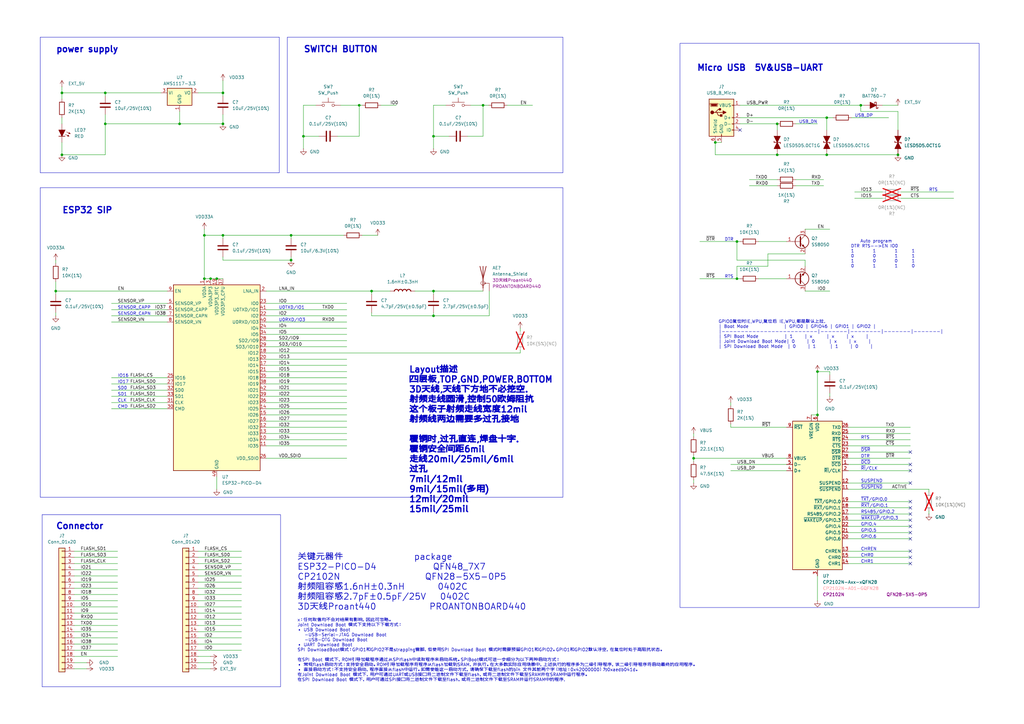
<source format=kicad_sch>
(kicad_sch (version 20250114) (generator "eeschema") (generator_version "9.0")
  (paper "A3")
  (rectangle (start 16.51 15.24) (end 114.554 70.866))
  (rectangle (start 278.892 17.78) (end 401.574 249.174))
  (rectangle (start 16.51 76.962) (end 230.886 203.962))
  (rectangle (start 17.272 211.074) (end 115.062 281.686))
  (rectangle (start 117.856 15.24) (end 230.886 70.866))
  (text "USB_DN" (at 327.66 50.8 0) (effects (font (size 1.27 1.27)) (justify left bottom)))
  (text "CHR1" (at 353.06 231.14 0) (effects (font (size 1.27 1.27)) (justify left bottom)))
  (text "~{DSR}" (at 353.06 185.42 0) (effects (font (size 1.27 1.27)) (justify left bottom)))
  (text "~{TXT}/GPIO.0" (at 353.06 205.74 0) (effects (font (size 1.27 1.27)) (justify left bottom)))
  (text "IO16" (at 48.26 154.94 0) (effects (font (size 1.27 1.27)) (justify left bottom)))
  (text "U0TXD/IO1" (at 114.3 127 0) (effects (font (size 1.27 1.27)) (justify left bottom)))
  (text "power supply" (exclude_from_sim yes) (at 22.86 20.32 0) (effects (font (size 2.54 2.54) (thickness 0.508) (bold yes)) (justify left)))
  (text "Connector" (at 22.86 215.9 0) (effects (font (size 2.54 2.54) (thickness 0.508) (bold yes)) (justify left)))
  (text "Layout描述\n四层板,TOP,GND,POWER,BOTTOM\n3D天线,天线下方地不必挖空.\n射频走线圆滑,控制50欧姆阻抗\n这个板子射频走线宽度12mil\n射频线两边需要多过孔接地\n\n覆铜时,过孔直连,焊盘十字.\n覆铜安全间距6mil\n走线20mil/25mil/6mil\n过孔 \n7mil/12mil\n9mil/15mil(多用)\n12mil/20mil\n15mil/25mil" (exclude_from_sim yes) (at 167.64 180.34 0) (effects (font (size 2.54 2.54) (thickness 0.508) (bold yes)) (justify left)))
  (text "RTS" (at 353.06 180.34 0) (effects (font (size 1.27 1.27)) (justify left bottom)))
  (text "SD0" (at 48.26 160.02 0) (effects (font (size 1.27 1.27)) (justify left bottom)))
  (text "SUSPEND" (at 353.06 198.12 0) (effects (font (size 1.27 1.27)) (justify left bottom)))
  (text "~{SUSPEND}" (at 353.06 200.66 0) (effects (font (size 1.27 1.27)) (justify left bottom)))
  (text "~{DCD}" (at 353.06 190.5 0) (effects (font (size 1.27 1.27)) (justify left bottom)))
  (text "~{WAKEUP}/GPIO.3" (at 353.06 213.36 0) (effects (font (size 1.27 1.27)) (justify left bottom)))
  (text "SWITCH BUTTON" (at 124.46 20.32 0) (effects (font (size 2.54 2.54) (thickness 0.508) (bold yes)) (justify left)))
  (text "RTS" (at 297.18 114.3 0) (effects (font (size 1.27 1.27)) (justify left bottom)))
  (text "关键元器件               package\nESP32-PICO-D4            QFN48_7X7 	\nCP2102N                  QFN28-5X5-0P5\n射频阻容感1.6nH±0.3nH       0402C\n射频阻容感2.7pF±0.5pF/25V   0402C\n3D天线Proant440 		  PROANTONBOARD440" (exclude_from_sim yes) (at 121.92 238.76 0) (effects (font (size 2.54 2.54) (thickness 0.254) (bold yes)) (justify left)))
  (text "USB_DP" (at 350.52 48.26 0) (effects (font (size 1.27 1.27)) (justify left bottom)))
  (text "DTR" (at 297.18 99.06 0) (effects (font (size 1.27 1.27)) (justify left bottom)))
  (text "CHR0" (at 353.06 228.6 0) (effects (font (size 1.27 1.27)) (justify left bottom)))
  (text "~{RXT}/GPIO.1" (at 353.06 208.28 0) (effects (font (size 1.27 1.27)) (justify left bottom)))
  (text "Micro USB  5V&USB-UART" (at 285.75 27.94 0) (effects (font (size 2.54 2.54) (thickness 0.508) (bold yes)) (justify left)))
  (text "CMD" (at 48.26 167.64 0) (effects (font (size 1.27 1.27)) (justify left bottom)))
  (text "GPIO.4" (at 353.06 215.9 0) (effects (font (size 1.27 1.27)) (justify left bottom)))
  (text "RS485/GPIO.2" (at 353.06 210.82 0) (effects (font (size 1.27 1.27)) (justify left bottom)))
  (text "ESP32 SIP\n" (at 25.4 86.36 0) (effects (font (size 2.54 2.54) (thickness 0.508) (bold yes)) (justify left)))
  (text "     Auto program\n DTR RTS-->EN IO0\n 1        1        1      1\n 0        0        1      1\n 1        0        0      1\n 0        1        1      0" (at 347.98 104.14 0) (effects (font (size 1.27 1.27)) (justify left)))
  (text "IO17" (at 48.26 157.48 0) (effects (font (size 1.27 1.27)) (justify left bottom)))
  (text "GPIO0复位时IE,WPU,复位后 IE,WPU,都是默认上拉.\n| Boot Mode               | GPIO0 | GPIO46 | GPIO1 | GPIO2 |\n|-------------------------|-------|--------|-------|-------|\n| SPI Boot Mode           | 1     | x      | x     | x     |\n| Joint Download Boot Mode| 0     | 0      | x     | x     |\n| SPI Download Boot Mode  | 0     | 1      | 1     | 0     |" (at 294.64 137.16 0) (effects (font (size 1.27 1.27)) (justify left)))
  (text "~{RI}/CLK" (at 353.06 193.04 0) (effects (font (size 1.27 1.27)) (justify left bottom)))
  (text "U0RXD/IO3" (at 114.3 132.08 0) (effects (font (size 1.27 1.27)) (justify left bottom)))
  (text "GPIO.5" (at 353.06 218.44 0) (effects (font (size 1.27 1.27)) (justify left bottom)))
  (text "DTR" (at 353.06 187.96 0) (effects (font (size 1.27 1.27)) (justify left bottom)))
  (text "CLK" (at 48.26 165.1 0) (effects (font (size 1.27 1.27)) (justify left bottom)))
  (text "CHREN" (at 353.06 226.06 0) (effects (font (size 1.27 1.27)) (justify left bottom)))
  (text "RTS" (at 381 78.74 0) (effects (font (size 1.27 1.27)) (justify left bottom)))
  (text "x：任何取值均不会对结果有影响，因此可忽略。\nJoint Download Boot 模式下支持以下下载方式：\n• USB Download Boot\n   -USB-Serial-JTAG Download Boot\n   -USB-OTG Download Boot\n• UART Download Boot\nSPI DownloadBoot模式：GPIO1和GPIO2不是strapping管脚，但使用SPI Download Boot 模式时需要预留GPIO1和GPIO2。GPIO1和GPIO2默认浮空，在复位时处于高阻抗状态。\n\n在SPI Boot 模式下，ROM引导加载程序通过从SPIflash中读取程序来启动系统。SPIBoot模式可进一步细分为以下两种启动方式：\n• 常规flash启动方式：支持安全启动。ROM引导加载程序将程序从flash加载到SRAM，并执行。在大多数实际应用场景中，上述执行的程序多为二级引导程序，该二级引导程序将启动最终的应用程序。\n• 直接启动方式：不支持安全启动，程序直接从flash中运行。如需使能这一启动方式，请确保下载至flash的bin 文件其前两个字（地址：0x42000000）为0xaedb041d。\n在Joint Download Boot 模式下，用户可通过UART或USB接口将二进制文件下载至flash，或将二进制文件下载至SRAM并在SRAM中运行程序。\n在SPI Download Boot 模式下，用户可通过SPI接口将二进制文件下载至flash，或将二进制文件下载至SRAM并运行SRAM中的程序." (at 121.92 266.7 0) (effects (font (size 1.27 1.27)) (justify left)))
  (text "SENSOR_CAPN" (at 48.26 129.54 0) (effects (font (size 1.27 1.27)) (justify left bottom)))
  (text "GPIO.6" (at 353.06 220.98 0) (effects (font (size 1.27 1.27)) (justify left bottom)))
  (text "SD1" (at 48.26 162.56 0) (effects (font (size 1.27 1.27)) (justify left bottom)))
  (text "SENSOR_CAPP" (at 48.26 127 0) (effects (font (size 1.27 1.27)) (justify left bottom)))
  (junction (at 177.8 129.54))
  (junction (at 177.8 55.88))
  (junction (at 152.4 119.38))
  (junction (at 43.18 50.8))
  (junction (at 88.9 114.3))
  (junction (at 177.8 119.38))
  (junction (at 119.38 106.68))
  (junction (at 318.77 50.8))
  (junction (at 83.82 96.52))
  (junction (at 86.36 114.3))
  (junction (at 302.26 114.3))
  (junction (at 119.38 96.52))
  (junction (at 339.09 63.5))
  (junction (at 73.66 50.8))
  (junction (at 335.28 152.4))
  (junction (at 284.48 187.96))
  (junction (at 302.26 99.06))
  (junction (at 25.4 38.1))
  (junction (at 147.32 43.18))
  (junction (at 339.09 48.26))
  (junction (at 353.06 43.18))
  (junction (at 83.82 114.3))
  (junction (at 368.3 63.5))
  (junction (at 91.44 38.1))
  (junction (at 25.4 63.5))
  (junction (at 91.44 96.52))
  (junction (at 22.86 119.38))
  (junction (at 43.18 38.1))
  (junction (at 318.77 63.5))
  (junction (at 293.37 58.42))
  (junction (at 335.28 170.18))
  (junction (at 91.44 50.8))
  (junction (at 124.46 55.88))
  (junction (at 198.12 43.18))
  (no_connect (at 373.38 190.5))
  (no_connect (at 373.38 205.74))
  (no_connect (at 373.38 220.98))
  (no_connect (at 373.38 218.44))
  (no_connect (at 303.53 53.34))
  (no_connect (at 373.38 213.36))
  (no_connect (at 373.38 208.28))
  (no_connect (at 373.38 210.82))
  (no_connect (at 373.38 231.14))
  (no_connect (at 373.38 193.04))
  (no_connect (at 373.38 226.06))
  (no_connect (at 373.38 198.12))
  (no_connect (at 373.38 215.9))
  (no_connect (at 373.38 228.6))
  (no_connect (at 373.38 185.42))
  (wire (pts (xy 208.026 43.18) (xy 218.44 43.18)))
  (wire (pts (xy 177.8 120.65) (xy 177.8 119.38)))
  (wire (pts (xy 91.44 96.52) (xy 91.44 97.79)))
  (wire (pts (xy 83.82 96.52) (xy 91.44 96.52)))
  (wire (pts (xy 30.48 254) (xy 48.26 254)))
  (wire (pts (xy 30.48 241.3) (xy 48.26 241.3)))
  (wire (pts (xy 330.2 106.68) (xy 330.2 109.22)))
  (wire (pts (xy 330.2 93.98) (xy 340.36 93.98)))
  (wire (pts (xy 138.43 55.88) (xy 147.32 55.88)))
  (wire (pts (xy 198.12 43.18) (xy 193.04 43.18)))
  (wire (pts (xy 303.53 48.26) (xy 339.09 48.26)))
  (wire (pts (xy 293.37 58.42) (xy 295.91 58.42)))
  (wire (pts (xy 177.8 119.38) (xy 198.12 119.38)))
  (wire (pts (xy 147.32 43.18) (xy 139.7 43.18)))
  (wire (pts (xy 213.36 143.51) (xy 213.36 144.78)))
  (wire (pts (xy 30.48 248.92) (xy 48.26 248.92)))
  (wire (pts (xy 142.24 154.94) (xy 109.22 154.94)))
  (wire (pts (xy 30.48 259.08) (xy 48.26 259.08)))
  (wire (pts (xy 311.15 114.3) (xy 322.58 114.3)))
  (wire (pts (xy 339.09 48.26) (xy 339.09 53.34)))
  (wire (pts (xy 30.48 233.68) (xy 48.26 233.68)))
  (wire (pts (xy 81.28 228.6) (xy 99.06 228.6)))
  (wire (pts (xy 340.36 161.29) (xy 340.36 162.56)))
  (wire (pts (xy 373.38 208.28) (xy 347.98 208.28)))
  (wire (pts (xy 177.8 129.54) (xy 177.8 128.27)))
  (wire (pts (xy 91.44 38.1) (xy 91.44 39.37)))
  (wire (pts (xy 353.06 43.18) (xy 354.33 43.18)))
  (wire (pts (xy 119.38 105.41) (xy 119.38 106.68)))
  (wire (pts (xy 156.21 43.18) (xy 162.56 43.18)))
  (wire (pts (xy 318.77 63.5) (xy 339.09 63.5)))
  (wire (pts (xy 30.48 266.7) (xy 48.26 266.7)))
  (wire (pts (xy 45.72 162.56) (xy 68.58 162.56)))
  (wire (pts (xy 81.28 236.22) (xy 99.06 236.22)))
  (wire (pts (xy 30.48 231.14) (xy 48.26 231.14)))
  (wire (pts (xy 170.18 119.38) (xy 177.8 119.38)))
  (wire (pts (xy 200.66 119.38) (xy 200.66 129.54)))
  (wire (pts (xy 30.48 274.32) (xy 35.56 274.32)))
  (wire (pts (xy 381 200.66) (xy 381 201.93)))
  (wire (pts (xy 299.72 175.26) (xy 322.58 175.26)))
  (wire (pts (xy 30.48 264.16) (xy 48.26 264.16)))
  (wire (pts (xy 373.38 218.44) (xy 347.98 218.44)))
  (wire (pts (xy 45.72 165.1) (xy 68.58 165.1)))
  (wire (pts (xy 73.66 45.72) (xy 73.66 50.8)))
  (wire (pts (xy 43.18 50.8) (xy 73.66 50.8)))
  (wire (pts (xy 81.28 264.16) (xy 99.06 264.16)))
  (wire (pts (xy 43.18 63.5) (xy 25.4 63.5)))
  (wire (pts (xy 373.38 226.06) (xy 347.98 226.06)))
  (wire (pts (xy 45.72 154.94) (xy 68.58 154.94)))
  (wire (pts (xy 25.4 58.42) (xy 25.4 63.5)))
  (wire (pts (xy 350.52 78.74) (xy 361.95 78.74)))
  (wire (pts (xy 314.96 104.14) (xy 330.2 104.14)))
  (wire (pts (xy 30.48 238.76) (xy 48.26 238.76)))
  (wire (pts (xy 373.38 228.6) (xy 347.98 228.6)))
  (wire (pts (xy 302.26 114.3) (xy 303.53 114.3)))
  (wire (pts (xy 198.12 43.18) (xy 200.406 43.18)))
  (wire (pts (xy 81.28 241.3) (xy 99.06 241.3)))
  (wire (pts (xy 373.38 187.96) (xy 347.98 187.96)))
  (wire (pts (xy 287.02 114.3) (xy 302.26 114.3)))
  (wire (pts (xy 335.28 246.38) (xy 335.28 236.22)))
  (wire (pts (xy 177.8 55.88) (xy 177.8 60.96)))
  (wire (pts (xy 119.38 106.68) (xy 91.44 106.68)))
  (wire (pts (xy 213.36 134.62) (xy 213.36 135.89)))
  (wire (pts (xy 326.39 73.66) (xy 337.82 73.66)))
  (wire (pts (xy 353.06 45.72) (xy 368.3 45.72)))
  (wire (pts (xy 302.26 109.22) (xy 314.96 109.22)))
  (wire (pts (xy 373.38 220.98) (xy 347.98 220.98)))
  (wire (pts (xy 22.86 115.57) (xy 22.86 119.38)))
  (wire (pts (xy 147.32 43.18) (xy 148.59 43.18)))
  (wire (pts (xy 81.28 243.84) (xy 99.06 243.84)))
  (wire (pts (xy 43.18 50.8) (xy 43.18 63.5)))
  (wire (pts (xy 369.57 81.28) (xy 391.16 81.28)))
  (wire (pts (xy 361.95 43.18) (xy 368.3 43.18)))
  (wire (pts (xy 191.77 55.88) (xy 198.12 55.88)))
  (wire (pts (xy 142.24 162.56) (xy 109.22 162.56)))
  (wire (pts (xy 142.24 160.02) (xy 109.22 160.02)))
  (wire (pts (xy 119.38 96.52) (xy 140.97 96.52)))
  (wire (pts (xy 373.38 210.82) (xy 347.98 210.82)))
  (wire (pts (xy 299.72 165.1) (xy 299.72 166.37)))
  (wire (pts (xy 124.46 43.18) (xy 124.46 55.88)))
  (wire (pts (xy 142.24 147.32) (xy 109.22 147.32)))
  (wire (pts (xy 177.8 55.88) (xy 184.15 55.88)))
  (wire (pts (xy 81.28 269.24) (xy 86.36 269.24)))
  (wire (pts (xy 83.82 96.52) (xy 83.82 114.3)))
  (wire (pts (xy 302.26 99.06) (xy 302.26 106.68)))
  (wire (pts (xy 142.24 175.26) (xy 109.22 175.26)))
  (wire (pts (xy 25.4 35.56) (xy 25.4 38.1)))
  (wire (pts (xy 182.88 43.18) (xy 177.8 43.18)))
  (wire (pts (xy 81.28 246.38) (xy 99.06 246.38)))
  (wire (pts (xy 302.26 99.06) (xy 303.53 99.06)))
  (wire (pts (xy 311.15 99.06) (xy 322.58 99.06)))
  (wire (pts (xy 307.34 76.2) (xy 318.77 76.2)))
  (wire (pts (xy 287.02 99.06) (xy 302.26 99.06)))
  (wire (pts (xy 373.38 205.74) (xy 347.98 205.74)))
  (wire (pts (xy 373.38 177.8) (xy 347.98 177.8)))
  (wire (pts (xy 373.38 231.14) (xy 347.98 231.14)))
  (wire (pts (xy 45.72 132.08) (xy 68.58 132.08)))
  (wire (pts (xy 91.44 33.02) (xy 91.44 38.1)))
  (wire (pts (xy 30.48 271.78) (xy 35.56 271.78)))
  (wire (pts (xy 142.24 134.62) (xy 109.22 134.62)))
  (wire (pts (xy 142.24 177.8) (xy 109.22 177.8)))
  (wire (pts (xy 142.24 157.48) (xy 109.22 157.48)))
  (wire (pts (xy 326.39 50.8) (xy 335.28 50.8)))
  (wire (pts (xy 152.4 128.27) (xy 152.4 129.54)))
  (wire (pts (xy 142.24 142.24) (xy 109.22 142.24)))
  (wire (pts (xy 152.4 119.38) (xy 152.4 120.65)))
  (wire (pts (xy 302.26 106.68) (xy 330.2 106.68)))
  (wire (pts (xy 30.48 243.84) (xy 48.26 243.84)))
  (wire (pts (xy 81.28 233.68) (xy 99.06 233.68)))
  (wire (pts (xy 142.24 129.54) (xy 109.22 129.54)))
  (wire (pts (xy 314.96 109.22) (xy 314.96 104.14)))
  (wire (pts (xy 332.74 170.18) (xy 335.28 170.18)))
  (wire (pts (xy 81.28 251.46) (xy 99.06 251.46)))
  (wire (pts (xy 142.24 167.64) (xy 109.22 167.64)))
  (wire (pts (xy 299.72 190.5) (xy 322.58 190.5)))
  (wire (pts (xy 83.82 114.3) (xy 86.36 114.3)))
  (wire (pts (xy 200.66 129.54) (xy 177.8 129.54)))
  (wire (pts (xy 81.28 38.1) (xy 91.44 38.1)))
  (wire (pts (xy 284.48 186.69) (xy 284.48 187.96)))
  (wire (pts (xy 284.48 187.96) (xy 284.48 189.23)))
  (wire (pts (xy 326.39 76.2) (xy 337.82 76.2)))
  (wire (pts (xy 22.86 119.38) (xy 22.86 120.65)))
  (wire (pts (xy 30.48 246.38) (xy 48.26 246.38)))
  (wire (pts (xy 373.38 190.5) (xy 347.98 190.5)))
  (wire (pts (xy 43.18 46.99) (xy 43.18 50.8)))
  (wire (pts (xy 347.98 182.88) (xy 373.38 182.88)))
  (wire (pts (xy 142.24 152.4) (xy 109.22 152.4)))
  (wire (pts (xy 142.24 187.96) (xy 109.22 187.96)))
  (wire (pts (xy 373.38 215.9) (xy 347.98 215.9)))
  (wire (pts (xy 148.59 96.52) (xy 154.94 96.52)))
  (wire (pts (xy 81.28 226.06) (xy 99.06 226.06)))
  (wire (pts (xy 349.25 48.26) (xy 364.49 48.26)))
  (wire (pts (xy 81.28 271.78) (xy 86.36 271.78)))
  (wire (pts (xy 81.28 266.7) (xy 99.06 266.7)))
  (wire (pts (xy 299.72 173.99) (xy 299.72 175.26)))
  (wire (pts (xy 22.86 128.27) (xy 22.86 129.54)))
  (wire (pts (xy 381 209.55) (xy 381 210.82)))
  (wire (pts (xy 293.37 63.5) (xy 293.37 58.42)))
  (wire (pts (xy 45.72 157.48) (xy 68.58 157.48)))
  (wire (pts (xy 25.4 48.26) (xy 25.4 50.8)))
  (wire (pts (xy 284.48 196.85) (xy 284.48 198.12)))
  (wire (pts (xy 373.38 175.26) (xy 347.98 175.26)))
  (wire (pts (xy 347.98 200.66) (xy 381 200.66)))
  (wire (pts (xy 318.77 50.8) (xy 318.77 53.34)))
  (wire (pts (xy 177.8 43.18) (xy 177.8 55.88)))
  (wire (pts (xy 340.36 152.4) (xy 340.36 153.67)))
  (wire (pts (xy 22.86 119.38) (xy 68.58 119.38)))
  (wire (pts (xy 142.24 137.16) (xy 109.22 137.16)))
  (wire (pts (xy 124.46 55.88) (xy 124.46 60.96)))
  (wire (pts (xy 91.44 96.52) (xy 119.38 96.52)))
  (wire (pts (xy 299.72 193.04) (xy 322.58 193.04)))
  (wire (pts (xy 81.28 254) (xy 99.06 254)))
  (wire (pts (xy 109.22 132.08) (xy 142.24 132.08)))
  (wire (pts (xy 142.24 170.18) (xy 109.22 170.18)))
  (wire (pts (xy 373.38 180.34) (xy 347.98 180.34)))
  (wire (pts (xy 373.38 198.12) (xy 347.98 198.12)))
  (wire (pts (xy 124.46 55.88) (xy 130.81 55.88)))
  (wire (pts (xy 350.52 81.28) (xy 361.95 81.28)))
  (wire (pts (xy 284.48 177.8) (xy 284.48 179.07)))
  (wire (pts (xy 307.34 73.66) (xy 318.77 73.66)))
  (wire (pts (xy 152.4 119.38) (xy 160.02 119.38)))
  (wire (pts (xy 88.9 114.3) (xy 91.44 114.3)))
  (wire (pts (xy 30.48 236.22) (xy 48.26 236.22)))
  (wire (pts (xy 81.28 238.76) (xy 99.06 238.76)))
  (wire (pts (xy 81.28 261.62) (xy 99.06 261.62)))
  (wire (pts (xy 373.38 213.36) (xy 347.98 213.36)))
  (wire (pts (xy 142.24 182.88) (xy 109.22 182.88)))
  (wire (pts (xy 81.28 231.14) (xy 99.06 231.14)))
  (wire (pts (xy 43.18 38.1) (xy 43.18 39.37)))
  (wire (pts (xy 25.4 38.1) (xy 43.18 38.1)))
  (wire (pts (xy 30.48 228.6) (xy 48.26 228.6)))
  (wire (pts (xy 81.28 256.54) (xy 99.06 256.54)))
  (wire (pts (xy 91.44 46.99) (xy 91.44 50.8)))
  (wire (pts (xy 293.37 63.5) (xy 318.77 63.5)))
  (wire (pts (xy 86.36 114.3) (xy 88.9 114.3)))
  (wire (pts (xy 335.28 152.4) (xy 340.36 152.4)))
  (wire (pts (xy 30.48 251.46) (xy 48.26 251.46)))
  (wire (pts (xy 353.06 43.18) (xy 353.06 45.72)))
  (wire (pts (xy 119.38 96.52) (xy 119.38 97.79)))
  (wire (pts (xy 142.24 149.86) (xy 109.22 149.86)))
  (wire (pts (xy 45.72 127) (xy 68.58 127)))
  (wire (pts (xy 302.26 109.22) (xy 302.26 114.3)))
  (wire (pts (xy 142.24 172.72) (xy 109.22 172.72)))
  (wire (pts (xy 142.24 127) (xy 109.22 127)))
  (wire (pts (xy 339.09 48.26) (xy 341.63 48.26)))
  (wire (pts (xy 373.38 185.42) (xy 347.98 185.42)))
  (wire (pts (xy 369.57 78.74) (xy 391.16 78.74)))
  (wire (pts (xy 109.22 119.38) (xy 152.4 119.38)))
  (wire (pts (xy 73.66 50.8) (xy 91.44 50.8)))
  (wire (pts (xy 142.24 165.1) (xy 109.22 165.1)))
  (wire (pts (xy 88.9 200.66) (xy 88.9 195.58)))
  (wire (pts (xy 45.72 167.64) (xy 68.58 167.64)))
  (wire (pts (xy 43.18 38.1) (xy 66.04 38.1)))
  (wire (pts (xy 198.12 55.88) (xy 198.12 43.18)))
  (wire (pts (xy 330.2 119.38) (xy 340.36 119.38)))
  (wire (pts (xy 30.48 256.54) (xy 48.26 256.54)))
  (wire (pts (xy 284.48 187.96) (xy 322.58 187.96)))
  (wire (pts (xy 368.3 45.72) (xy 368.3 53.34)))
  (wire (pts (xy 45.72 160.02) (xy 68.58 160.02)))
  (wire (pts (xy 339.09 63.5) (xy 368.3 63.5)))
  (wire (pts (xy 142.24 124.46) (xy 109.22 124.46)))
  (wire (pts (xy 25.4 38.1) (xy 25.4 40.64)))
  (wire (pts (xy 335.28 152.4) (xy 335.28 170.18)))
  (wire (pts (xy 91.44 105.41) (xy 91.44 106.68)))
  (wire (pts (xy 30.48 226.06) (xy 48.26 226.06)))
  (wire (pts (xy 109.22 144.78) (xy 213.36 144.78)))
  (wire (pts (xy 142.24 139.7) (xy 109.22 139.7)))
  (wire (pts (xy 30.48 269.24) (xy 48.26 269.24)))
  (wire (pts (xy 22.86 106.68) (xy 22.86 107.95)))
  (wire (pts (xy 45.72 124.46) (xy 68.58 124.46)))
  (wire (pts (xy 81.28 259.08) (xy 99.06 259.08)))
  (wire (pts (xy 142.24 180.34) (xy 109.22 180.34)))
  (wire (pts (xy 83.82 93.98) (xy 83.82 96.52)))
  (wire (pts (xy 147.32 55.88) (xy 147.32 43.18)))
  (wire (pts (xy 303.53 43.18) (xy 353.06 43.18)))
  (wire (pts (xy 30.48 261.62) (xy 48.26 261.62)))
  (wire (pts (xy 81.28 274.32) (xy 86.36 274.32)))
  (wire (pts (xy 373.38 193.04) (xy 347.98 193.04)))
  (wire (pts (xy 81.28 248.92) (xy 99.06 248.92)))
  (wire (pts (xy 152.4 129.54) (xy 177.8 129.54)))
  (wire (pts (xy 303.53 50.8) (xy 318.77 50.8)))
  (wire (pts (xy 45.72 129.54) (xy 68.58 129.54)))
  (wire (pts (xy 129.54 43.18) (xy 124.46 43.18)))
  (label "IO23" (at 33.02 241.3 0))
  (label "IO18" (at 33.02 243.84 0))
  (label "FLASH_SD1" (at 53.34 162.56 0))
  (label "IO18" (at 114.3 154.94 0))
  (label "RXD0" (at 309.88 76.2 0))
  (label "IO25" (at 83.82 238.76 0))
  (label "IO0" (at 335.28 119.38 0))
  (label "RXD" (at 363.22 177.8 0))
  (label "IO27" (at 83.82 248.92 0))
  (label "IO38" (at 33.02 264.16 0))
  (label "FLASH_CLK" (at 33.02 231.14 0))
  (label "~{CTS}" (at 363.22 182.88 0))
  (label "IO35" (at 33.02 259.08 0))
  (label "IO34" (at 33.02 261.62 0))
  (label "IO5" (at 114.3 137.16 0))
  (label "USB_DN" (at 302.26 190.5 0))
  (label "IO27" (at 114.3 172.72 0))
  (label "IO21" (at 33.02 233.68 0))
  (label "IO9" (at 33.02 251.46 0))
  (label "IO26" (at 114.3 170.18 0))
  (label "IO22" (at 33.02 236.22 0))
  (label "IO26" (at 83.82 241.3 0))
  (label "FLASH_SD2" (at 83.82 231.14 0))
  (label "TXD" (at 332.74 76.2 0))
  (label "IO14" (at 114.3 149.86 0))
  (label "IO35" (at 114.3 182.88 0))
  (label "IO15" (at 353.06 81.28 0))
  (label "SD3/IO10" (at 114.3 142.24 0))
  (label "IO37" (at 63.5 127 0))
  (label "~{RTS}" (at 373.38 78.74 0))
  (label "RXD" (at 332.74 73.66 0))
  (label "IO33" (at 114.3 177.8 0))
  (label "FLASH_CS" (at 53.34 154.94 0))
  (label "IO13" (at 114.3 147.32 0))
  (label "FLASH_CS" (at 83.82 226.06 0))
  (label "IO37" (at 33.02 266.7 0))
  (label "IO34" (at 114.3 180.34 0))
  (label "SENSOR_VN" (at 83.82 236.22 0))
  (label "TXD0" (at 132.08 127 0))
  (label "TXD0" (at 309.88 73.66 0))
  (label "~{DTR}" (at 363.22 187.96 0))
  (label "IO21" (at 114.3 160.02 0))
  (label "CTS" (at 373.38 81.28 0))
  (label "IO25" (at 114.3 167.64 0))
  (label "SENSOR_VP" (at 83.82 233.68 0))
  (label "FLASH_SD3" (at 33.02 228.6 0))
  (label "FLASH_SD2" (at 53.34 167.64 0))
  (label "IO19" (at 33.02 238.76 0))
  (label "RXD0" (at 33.02 254 0))
  (label "LNA_IN" (at 114.3 119.38 0))
  (label "SD2/IO9" (at 114.3 139.7 0))
  (label "IO32" (at 114.3 175.26 0))
  (label "FLASH_SD3" (at 53.34 160.02 0))
  (label "EN" (at 213.36 43.18 0))
  (label "IO38" (at 63.5 129.54 0))
  (label "USB_PWR" (at 306.07 43.18 0))
  (label "RXD0" (at 132.08 132.08 0))
  (label "FLASH_CLK" (at 53.34 165.1 0))
  (label "~{RTS}" (at 289.56 114.3 0))
  (label "IO15" (at 83.82 259.08 0))
  (label "~{DTR}" (at 289.56 99.06 0))
  (label "IO10" (at 33.02 248.92 0))
  (label "IO4" (at 83.82 264.16 0))
  (label "SENSOR_VN" (at 48.26 132.08 0))
  (label "~{RST}" (at 312.42 175.26 0))
  (label "IO14" (at 83.82 251.46 0))
  (label "IO2" (at 83.82 261.62 0))
  (label "TXD" (at 363.22 175.26 0))
  (label "IO0" (at 83.82 266.7 0))
  (label "IO13" (at 353.06 78.74 0))
  (label "IO0" (at 160.02 43.18 0))
  (label "IO33" (at 83.82 246.38 0))
  (label "EN" (at 335.28 93.98 0))
  (label "EN" (at 48.26 119.38 0))
  (label "IO15" (at 114.3 152.4 0))
  (label "IO4" (at 114.3 134.62 0))
  (label "USB_DP" (at 302.26 193.04 0))
  (label "IO12" (at 83.82 254 0))
  (label "FLASH_SD1" (at 33.02 226.06 0))
  (label "VBUS" (at 312.42 187.96 0))
  (label "IO22" (at 114.3 162.56 0))
  (label "IO32" (at 83.82 243.84 0))
  (label "IO5" (at 33.02 246.38 0))
  (label "D+" (at 306.07 48.26 0))
  (label "FLASH_SD0" (at 83.82 228.6 0))
  (label "IO19" (at 114.3 157.48 0))
  (label "IO2" (at 114.3 129.54 0))
  (label "TXD0" (at 33.02 256.54 0))
  (label "SENSOR_VP" (at 48.26 124.46 0))
  (label "D-" (at 306.07 50.8 0))
  (label "~{RTS}" (at 363.22 180.34 0))
  (label "IO0" (at 114.3 124.46 0))
  (label "EN" (at 33.02 269.24 0))
  (label "VDD_SDIO" (at 114.3 187.96 0))
  (label "FLASH_SD0" (at 53.34 157.48 0))
  (label "ACTIVE" (at 365.76 200.66 0))
  (label "IO13" (at 83.82 256.54 0))
  (label "IO23" (at 114.3 165.1 0))
  (label "IO12" (at 114.3 144.78 0))
  (symbol (lib_id "Transistor_BJT:SS8050") (at 327.66 99.06 0) (unit 1)
    (property "Reference" "Q?" (at 332.74 97.7899 0) (effects (justify left)))
    (property "Value" "SS8050" (at 332.74 100.3299 0) (effects (justify left)))
    (property "Footprint" "Package_TO_SOT_SMD:SOT-23" (effects (hide yes)))
    (property "Datasheet" "http://www.secosgmbh.com/datasheet/products/SSMPTransistor/SOT-23/SS8050.pdf" (effects (hide yes)))
    (property "Description" "General Purpose NPN Transistor, 1.5A Ic, 25V Vce, SOT-23" (effects (hide yes)))
  )
  (symbol (lib_id "PCM_Resistor_AKL:R_1206") (at 307.34 114.3 90) (unit 1)
    (property "Reference" "R?" (at 307.34 107.95 90))
    (property "Value" "10K(1%)" (at 307.34 110.49 90))
    (property "Footprint" "PCM_Resistor_SMD_AKL:R_1206_3216Metric" (effects (hide yes)))
    (property "Description" "SMD 1206 Chip Resistor, European Symbol, Alternate KiCad Library" (effects (hide yes)))
  )
  (symbol (lib_id "power:GND") (at 335.28 246.38 0) (unit 1)
    (property "Reference" "#PWR?" (effects (hide yes)))
    (property "Value" "GND" (at 337.82 247.6499 0) (effects (justify left)))
    (property "Description" "Power symbol creates a global label with name \"GND\" , ground" (effects (hide yes)))
  )
  (symbol (lib_id "PCM_Capacitor_AKL:C_1206") (at 187.96 55.88 270) (unit 1)
    (property "Reference" "C?" (at 187.96 48.26 90))
    (property "Value" "0.1uF/25V(10%)" (at 187.96 50.8 90))
    (property "Footprint" "PCM_Capacitor_SMD_AKL:C_1206_3216Metric" (effects (hide yes)))
    (property "Description" "SMD 1206 MLCC capacitor, Alternate KiCad Library" (effects (hide yes)))
  )
  (symbol (lib_id "power:GND") (at 124.46 60.96 0) (unit 1)
    (property "Reference" "#PWR?" (effects (hide yes)))
    (property "Value" "GND" (at 127 62.2299 0) (effects (justify left)))
    (property "Description" "Power symbol creates a global label with name \"GND\" , ground" (effects (hide yes)))
  )
  (symbol (lib_id "Connector_Generic:Conn_01x20") (at 76.2 248.92 0) (mirror y) (unit 1)
    (property "Reference" "J?" (at 76.2 219.71 0))
    (property "Value" "Conn_01x20" (at 76.2 222.25 0))
    (property "Description" "Generic connector, single row, 01x20, script generated (kicad-library-utils/schlib/autogen/connector/)" (effects (hide yes)))
  )
  (symbol (lib_id "PCM_Resistor_AKL:R_1206") (at 299.72 170.18 180) (unit 1)
    (property "Reference" "R?" (at 302.26 168.9099 0) (effects (justify right)))
    (property "Value" "2K(1%)" (at 302.26 171.4499 0) (effects (justify right)))
    (property "Footprint" "PCM_Resistor_SMD_AKL:R_1206_3216Metric" (effects (hide yes)))
    (property "Description" "SMD 1206 Chip Resistor, European Symbol, Alternate KiCad Library" (effects (hide yes)))
  )
  (symbol (lib_id "power:+5V") (at 22.86 106.68 0) (unit 1)
    (property "Reference" "#PWR?" (effects (hide yes)))
    (property "Value" "VDD33A" (at 22.86 101.6 0))
    (property "Description" "Power symbol creates a global label with name \"+5V\"" (effects (hide yes)))
  )
  (symbol (lib_id "Device:Antenna_Shield") (at 198.12 114.3 0) (unit 1)
    (property "Reference" "AE?" (at 201.93 109.8549 0) (effects (justify left)))
    (property "Value" "Antenna_Shield" (at 201.93 112.3949 0) (effects (justify left)))
    (property "Description" "Antenna with extra pin for shielding" (effects (hide yes)))
    (property "MS" "3D天线Proant440 " (at 201.93 114.9349 0) (effects (justify left)))
    (property "MS2" "PROANTONBOARD440" (at 201.93 117.4749 0) (effects (justify left)))
  )
  (symbol (lib_id "Connector_Generic:Conn_01x20") (at 25.4 248.92 0) (mirror y) (unit 1)
    (property "Reference" "J?" (at 25.4 219.71 0))
    (property "Value" "Conn_01x20" (at 25.4 222.25 0))
    (property "Description" "Generic connector, single row, 01x20, script generated (kicad-library-utils/schlib/autogen/connector/)" (effects (hide yes)))
  )
  (symbol (lib_id "PCM_Resistor_AKL:R_1206") (at 204.216 43.18 90) (unit 1)
    (property "Reference" "R?" (at 204.216 36.83 90))
    (property "Value" "0R(1%)" (at 204.216 39.37 90))
    (property "Footprint" "PCM_Resistor_SMD_AKL:R_1206_3216Metric" (effects (hide yes)))
    (property "Description" "SMD 1206 Chip Resistor, European Symbol, Alternate KiCad Library" (effects (hide yes)))
  )
  (symbol (lib_id "Library:LESD5D5.0CT1G") (at 368.3 58.42 90) (unit 1)
    (property "Reference" "D?" (at 370.84 57.1499 90) (effects (justify right)))
    (property "Value" "LESD5D5.0CT1G" (at 370.84 59.6899 90) (effects (justify right)))
    (property "Footprint" "Diode_SMD:D_SOD-523" (effects (hide yes)))
    (property "Datasheet" "https://www.jlc-smt.com/lcsc/detail?componentCode=C383211&spm=smt-pc.search-result.list.0" (effects (hide yes)))
    (property "Description" "Bidirectional TVS Diode, Generic symbol, Alternate KiCAD Library" (effects (hide yes)))
  )
  (symbol (lib_id "MCU_Espressif:ESP32-PICO-D4") (at 88.9 154.94 0) (unit 1)
    (property "Reference" "U?" (at 91.0433 195.58 0) (effects (justify left)))
    (property "Value" "ESP32-PICO-D4" (at 91.0433 198.12 0) (effects (justify left)))
    (property "Footprint" "Package_DFN_QFN:QFN-48-1EP_7x7mm_P0.5mm_EP5.3x5.3mm" (effects (hide yes)))
    (property "Datasheet" "https://www.espressif.com/sites/default/files/documentation/esp32-pico-d4_datasheet_en.pdf" (effects (hide yes)))
    (property "Description" "RF Module, ESP32 SoC, Wi-Fi 802.11b/g/n, Bluetooth, BLE, 32-bit, 2.7-3.6V, external antenna, QFN-48" (effects (hide yes)))
  )
  (symbol (lib_id "PCM_Resistor_AKL:R_1206") (at 213.36 139.7 0) (unit 1) (dnp yes)
    (property "Reference" "R?" (at 215.9 138.4299 0) (effects (justify left)))
    (property "Value" "10K(5%)(NC)" (at 215.9 140.9699 0) (effects (justify left)))
    (property "Footprint" "PCM_Resistor_SMD_AKL:R_1206_3216Metric" (effects (hide yes)))
    (property "Description" "SMD 1206 Chip Resistor, European Symbol, Alternate KiCad Library" (effects (hide yes)))
  )
  (symbol (lib_id "PCM_Capacitor_AKL:C_1206") (at 119.38 101.6 0) (unit 1)
    (property "Reference" "C?" (at 123.19 100.3299 0) (effects (justify left)))
    (property "Value" "10uF/6.3V(10%)" (at 123.19 102.8699 0) (effects (justify left)))
    (property "Footprint" "PCM_Capacitor_SMD_AKL:C_1206_3216Metric" (effects (hide yes)))
    (property "Description" "SMD 1206 MLCC capacitor, Alternate KiCad Library" (effects (hide yes)))
  )
  (symbol (lib_id "power:+5V") (at 91.44 33.02 0) (unit 1)
    (property "Reference" "#PWR?" (effects (hide yes)))
    (property "Value" "VDD33" (at 93.98 31.7499 0) (effects (justify left)))
    (property "Description" "Power symbol creates a global label with name \"+5V\"" (effects (hide yes)))
  )
  (symbol (lib_id "power:GND") (at 368.3 63.5 0) (unit 1)
    (property "Reference" "#PWR?" (effects (hide yes)))
    (property "Value" "GND" (at 370.84 64.7699 0) (effects (justify left)))
    (property "Description" "Power symbol creates a global label with name \"GND\" , ground" (effects (hide yes)))
  )
  (symbol (lib_id "PCM_Resistor_AKL:R_1206") (at 307.34 99.06 90) (unit 1)
    (property "Reference" "R?" (at 307.34 92.71 90))
    (property "Value" "10K(1%)" (at 307.34 95.25 90))
    (property "Footprint" "PCM_Resistor_SMD_AKL:R_1206_3216Metric" (effects (hide yes)))
    (property "Description" "SMD 1206 Chip Resistor, European Symbol, Alternate KiCad Library" (effects (hide yes)))
  )
  (symbol (lib_id "Connector:USB_B_Micro") (at 295.91 48.26 0) (unit 1)
    (property "Reference" "J?" (at 295.91 35.56 0))
    (property "Value" "USB_B_Micro" (at 295.91 38.1 0))
    (property "Description" "USB Micro Type B connector" (effects (hide yes)))
  )
  (symbol (lib_id "power:GND") (at 177.8 60.96 0) (unit 1)
    (property "Reference" "#PWR?" (effects (hide yes)))
    (property "Value" "GND" (at 180.34 62.2299 0) (effects (justify left)))
    (property "Description" "Power symbol creates a global label with name \"GND\" , ground" (effects (hide yes)))
  )
  (symbol (lib_id "power:GND") (at 86.36 271.78 90) (unit 1)
    (property "Reference" "#PWR?" (effects (hide yes)))
    (property "Value" "GND" (at 91.44 271.7799 90) (effects (justify right)))
    (property "Description" "Power symbol creates a global label with name \"GND\" , ground" (effects (hide yes)))
  )
  (symbol (lib_id "power:GND") (at 22.86 129.54 0) (unit 1)
    (property "Reference" "#PWR?" (effects (hide yes)))
    (property "Value" "GND" (at 22.86 134.62 0))
    (property "Description" "Power symbol creates a global label with name \"GND\" , ground" (effects (hide yes)))
  )
  (symbol (lib_id "Regulator_Linear:AMS1117-3.3") (at 73.66 38.1 0) (unit 1)
    (property "Reference" "U?" (at 73.66 31.75 0))
    (property "Value" "AMS1117-3.3" (at 73.66 34.29 0))
    (property "Footprint" "Package_TO_SOT_SMD:SOT-223-3_TabPin2" (effects (hide yes)))
    (property "Datasheet" "http://www.advanced-monolithic.com/pdf/ds1117.pdf" (effects (hide yes)))
    (property "Description" "1A Low Dropout regulator, positive, 3.3V fixed output, SOT-223" (effects (hide yes)))
  )
  (symbol (lib_id "PCM_Capacitor_AKL:C_1206") (at 152.4 124.46 0) (unit 1)
    (property "Reference" "C?" (at 156.21 123.1899 0) (effects (justify left)))
    (property "Value" "4.7pF/25V(±0.5pF)" (at 156.21 125.7299 0) (effects (justify left)))
    (property "Footprint" "PCM_Capacitor_SMD_AKL:C_1206_3216Metric" (effects (hide yes)))
    (property "Description" "SMD 1206 MLCC capacitor, Alternate KiCad Library" (effects (hide yes)))
  )
  (symbol (lib_id "PCM_Elektuur:L") (at 165.1 119.38 90) (unit 1)
    (property "Reference" "L?" (at 165.1 113.03 90))
    (property "Value" "1.6nH±0.3nH" (at 165.1 115.57 90))
    (property "Description" "coil/winding/inductor/choke/reactor" (effects (hide yes)))
    (property "Indicator" "●" (effects (hide yes)))
    (property "Rating" "A" (effects (hide yes)))
  )
  (symbol (lib_id "power:+5V") (at 83.82 93.98 0) (unit 1)
    (property "Reference" "#PWR?" (effects (hide yes)))
    (property "Value" "VDD33A" (at 83.82 88.9 0))
    (property "Description" "Power symbol creates a global label with name \"+5V\"" (effects (hide yes)))
  )
  (symbol (lib_id "power:+5V") (at 86.36 269.24 270) (unit 1)
    (property "Reference" "#PWR?" (effects (hide yes)))
    (property "Value" "VDD33" (at 91.44 269.2399 90) (effects (justify left)))
    (property "Description" "Power symbol creates a global label with name \"+5V\"" (effects (hide yes)))
  )
  (symbol (lib_id "Switch:SW_Push") (at 134.62 43.18 0) (unit 1)
    (property "Reference" "SW?" (at 134.62 35.56 0))
    (property "Value" "SW_Push" (at 134.62 38.1 0))
    (property "Footprint" "Button_Switch_THT:SW_PUSH_6mm_H7.3mm" (effects (hide yes)))
    (property "Description" "Push button switch, generic, two pins" (effects (hide yes)))
  )
  (symbol (lib_id "Switch:SW_Push") (at 187.96 43.18 0) (unit 1)
    (property "Reference" "SW?" (at 187.96 35.56 0))
    (property "Value" "SW_Push" (at 187.96 38.1 0))
    (property "Footprint" "Button_Switch_THT:SW_PUSH_6mm_H7.3mm" (effects (hide yes)))
    (property "Description" "Push button switch, generic, two pins" (effects (hide yes)))
  )
  (symbol (lib_id "PCM_Resistor_AKL:R_1206") (at 381 205.74 180) (unit 1) (dnp yes)
    (property "Reference" "R?" (at 383.54 204.4699 0) (effects (justify right)))
    (property "Value" "10K(1%)(NC)" (at 383.54 207.0099 0) (effects (justify right)))
    (property "Footprint" "PCM_Resistor_SMD_AKL:R_1206_3216Metric" (effects (hide yes)))
    (property "Description" "SMD 1206 Chip Resistor, European Symbol, Alternate KiCad Library" (effects (hide yes)))
  )
  (symbol (lib_id "PCM_Resistor_AKL:R_1206") (at 284.48 193.04 180) (unit 1)
    (property "Reference" "R?" (at 287.02 191.7699 0) (effects (justify right)))
    (property "Value" "47.5K(1%)" (at 287.02 194.3099 0) (effects (justify right)))
    (property "Footprint" "PCM_Resistor_SMD_AKL:R_1206_3216Metric" (effects (hide yes)))
    (property "Description" "SMD 1206 Chip Resistor, European Symbol, Alternate KiCad Library" (effects (hide yes)))
  )
  (symbol (lib_id "power:GND") (at 91.44 50.8 0) (unit 1)
    (property "Reference" "#PWR?" (effects (hide yes)))
    (property "Value" "GND" (at 93.98 52.0699 0) (effects (justify left)))
    (property "Description" "Power symbol creates a global label with name \"GND\" , ground" (effects (hide yes)))
  )
  (symbol (lib_id "power:+5V") (at 299.72 165.1 0) (unit 1)
    (property "Reference" "#PWR?" (effects (hide yes)))
    (property "Value" "VDD33" (at 302.26 163.8299 0) (effects (justify left)))
    (property "Description" "Power symbol creates a global label with name \"+5V\"" (effects (hide yes)))
  )
  (symbol (lib_id "power:GND") (at 88.9 200.66 0) (unit 1)
    (property "Reference" "#PWR?" (effects (hide yes)))
    (property "Value" "GND" (at 91.44 201.9299 0) (effects (justify left)))
    (property "Description" "Power symbol creates a global label with name \"GND\" , ground" (effects (hide yes)))
  )
  (symbol (lib_id "PCM_Capacitor_AKL:C_1206") (at 91.44 101.6 0) (unit 1)
    (property "Reference" "C?" (at 95.25 100.3299 0) (effects (justify left)))
    (property "Value" "0.1uF/25V(10%)" (at 95.25 102.8699 0) (effects (justify left)))
    (property "Footprint" "PCM_Capacitor_SMD_AKL:C_1206_3216Metric" (effects (hide yes)))
    (property "Description" "SMD 1206 MLCC capacitor, Alternate KiCad Library" (effects (hide yes)))
  )
  (symbol (lib_id "PCM_Resistor_AKL:R_1206") (at 365.76 81.28 90) (unit 1) (dnp yes)
    (property "Reference" "R?" (at 365.76 87.63 90))
    (property "Value" "0R(1%)(NC)" (at 365.76 85.09 90))
    (property "Footprint" "PCM_Resistor_SMD_AKL:R_1206_3216Metric" (effects (hide yes)))
    (property "Description" "SMD 1206 Chip Resistor, European Symbol, Alternate KiCad Library" (effects (hide yes)))
  )
  (symbol (lib_id "PCM_LED_AKL:LED_1206") (at 25.4 54.61 270) (unit 1)
    (property "Reference" "LED?" (at 30.48 53.3399 90) (effects (justify left)))
    (property "Value" "RED" (at 30.48 55.8799 90) (effects (justify left)))
    (property "Footprint" "PCM_LED_SMD_AKL:LED_1206_3216Metric" (effects (hide yes)))
    (property "Description" "SMD LED, 1206, Alternate KiCad Library" (effects (hide yes)))
  )
  (symbol (lib_id "PCM_Resistor_AKL:R_1206") (at 25.4 44.45 0) (unit 1)
    (property "Reference" "R?" (at 27.94 43.1799 0) (effects (justify left)))
    (property "Value" "2K(1%)" (at 27.94 45.7199 0) (effects (justify left)))
    (property "Footprint" "PCM_Resistor_SMD_AKL:R_1206_3216Metric" (effects (hide yes)))
    (property "Description" "SMD 1206 Chip Resistor, European Symbol, Alternate KiCad Library" (effects (hide yes)))
  )
  (symbol (lib_id "PCM_Capacitor_AKL:C_1206") (at 22.86 124.46 0) (unit 1)
    (property "Reference" "C?" (at 26.67 123.1899 0) (effects (justify left)))
    (property "Value" "0.1uF/25V(10%)" (at 26.67 125.7299 0) (effects (justify left)))
    (property "Footprint" "PCM_Capacitor_SMD_AKL:C_1206_3216Metric" (effects (hide yes)))
    (property "Description" "SMD 1206 MLCC capacitor, Alternate KiCad Library" (effects (hide yes)))
  )
  (symbol (lib_id "power:+5V") (at 368.3 43.18 0) (unit 1)
    (property "Reference" "#PWR?" (effects (hide yes)))
    (property "Value" "EXT_5V" (at 370.84 41.9099 0) (effects (justify left)))
    (property "Description" "Power symbol creates a global label with name \"+5V\"" (effects (hide yes)))
  )
  (symbol (lib_id "power:+5V") (at 86.36 274.32 270) (unit 1)
    (property "Reference" "#PWR?" (effects (hide yes)))
    (property "Value" "EXT_5V" (at 90.17 274.3199 90) (effects (justify left)))
    (property "Description" "Power symbol creates a global label with name \"+5V\"" (effects (hide yes)))
  )
  (symbol (lib_id "PCM_Resistor_AKL:R_1206") (at 345.44 48.26 90) (unit 1)
    (property "Reference" "R?" (at 345.44 39.37 90))
    (property "Value" "0R(1%)" (at 345.44 41.91 90))
    (property "Footprint" "PCM_Resistor_SMD_AKL:R_1206_3216Metric" (effects (hide yes)))
    (property "Description" "SMD 1206 Chip Resistor, European Symbol, Alternate KiCad Library" (effects (hide yes)))
  )
  (symbol (lib_id "PCM_Capacitor_AKL:C_1206") (at 340.36 157.48 0) (unit 1)
    (property "Reference" "C?" (at 344.17 156.2099 0) (effects (justify left)))
    (property "Value" "0.1uF/25V(10%)" (at 344.17 158.7499 0) (effects (justify left)))
    (property "Footprint" "PCM_Capacitor_SMD_AKL:C_1206_3216Metric" (effects (hide yes)))
    (property "Description" "SMD 1206 MLCC capacitor, Alternate KiCad Library" (effects (hide yes)))
  )
  (symbol (lib_id "power:+5V") (at 335.28 152.4 0) (unit 1)
    (property "Reference" "#PWR?" (effects (hide yes)))
    (property "Value" "VDD33" (at 337.82 151.1299 0) (effects (justify left)))
    (property "Description" "Power symbol creates a global label with name \"+5V\"" (effects (hide yes)))
  )
  (symbol (lib_id "power:GND") (at 35.56 271.78 90) (unit 1)
    (property "Reference" "#PWR?" (effects (hide yes)))
    (property "Value" "GND" (at 40.64 271.7799 90) (effects (justify right)))
    (property "Description" "Power symbol creates a global label with name \"GND\" , ground" (effects (hide yes)))
  )
  (symbol (lib_id "PCM_Resistor_AKL:R_1206") (at 322.58 50.8 90) (unit 1)
    (property "Reference" "R?" (at 322.58 41.91 90))
    (property "Value" "0R(1%)" (at 322.58 44.45 90))
    (property "Footprint" "PCM_Resistor_SMD_AKL:R_1206_3216Metric" (effects (hide yes)))
    (property "Description" "SMD 1206 Chip Resistor, European Symbol, Alternate KiCad Library" (effects (hide yes)))
  )
  (symbol (lib_id "PCM_Capacitor_AKL:C_1206") (at 177.8 124.46 0) (unit 1)
    (property "Reference" "C?" (at 181.61 123.1899 0) (effects (justify left)))
    (property "Value" "2.7pF/25V(±0.5pF)" (at 181.61 125.7299 0) (effects (justify left)))
    (property "Footprint" "PCM_Capacitor_SMD_AKL:C_1206_3216Metric" (effects (hide yes)))
    (property "Description" "SMD 1206 MLCC capacitor, Alternate KiCad Library" (effects (hide yes)))
  )
  (symbol (lib_id "power:+5V") (at 213.36 134.62 0) (unit 1)
    (property "Reference" "#PWR?" (effects (hide yes)))
    (property "Value" "VDD33" (at 213.36 129.54 0))
    (property "Description" "Power symbol creates a global label with name \"+5V\"" (effects (hide yes)))
  )
  (symbol (lib_id "power:+5V") (at 25.4 35.56 0) (unit 1)
    (property "Reference" "#PWR?" (effects (hide yes)))
    (property "Value" "EXT_5V" (at 27.94 34.2899 0) (effects (justify left)))
    (property "Description" "Power symbol creates a global label with name \"+5V\"" (effects (hide yes)))
  )
  (symbol (lib_id "power:GND") (at 340.36 162.56 0) (unit 1)
    (property "Reference" "#PWR?" (effects (hide yes)))
    (property "Value" "GND" (at 340.36 167.64 0))
    (property "Description" "Power symbol creates a global label with name \"GND\" , ground" (effects (hide yes)))
  )
  (symbol (lib_id "power:GND") (at 25.4 63.5 0) (unit 1)
    (property "Reference" "#PWR?" (effects (hide yes)))
    (property "Value" "GND" (at 27.94 64.7699 0) (effects (justify left)))
    (property "Description" "Power symbol creates a global label with name \"GND\" , ground" (effects (hide yes)))
  )
  (symbol (lib_id "PCM_Capacitor_AKL:C_1206") (at 134.62 55.88 270) (unit 1)
    (property "Reference" "C?" (at 134.62 48.26 90))
    (property "Value" "0.1uF/25V(10%)" (at 134.62 50.8 90))
    (property "Footprint" "PCM_Capacitor_SMD_AKL:C_1206_3216Metric" (effects (hide yes)))
    (property "Description" "SMD 1206 MLCC capacitor, Alternate KiCad Library" (effects (hide yes)))
  )
  (symbol (lib_id "power:VBUS") (at 284.48 177.8 0) (unit 1)
    (property "Reference" "#PWR?" (effects (hide yes)))
    (property "Value" "VBUS" (at 287.02 176.5299 0) (effects (justify left)))
    (property "Description" "Power symbol creates a global label with name \"VBUS\"" (effects (hide yes)))
  )
  (symbol (lib_id "PCM_Capacitor_AKL:C_1206") (at 43.18 43.18 0) (unit 1)
    (property "Reference" "C?" (at 46.99 41.9099 0) (effects (justify left)))
    (property "Value" "10uF/25V(10%)" (at 46.99 44.4499 0) (effects (justify left)))
    (property "Footprint" "PCM_Capacitor_SMD_AKL:C_1206_3216Metric" (effects (hide yes)))
    (property "Description" "SMD 1206 MLCC capacitor, Alternate KiCad Library" (effects (hide yes)))
  )
  (symbol (lib_id "power:+5V") (at 35.56 274.32 270) (unit 1)
    (property "Reference" "#PWR?" (effects (hide yes)))
    (property "Value" "VDD33" (at 40.64 274.3199 90) (effects (justify left)))
    (property "Description" "Power symbol creates a global label with name \"+5V\"" (effects (hide yes)))
  )
  (symbol (lib_id "power:GND") (at 119.38 106.68 0) (unit 1)
    (property "Reference" "#PWR?" (effects (hide yes)))
    (property "Value" "GND" (at 119.38 111.76 0))
    (property "Description" "Power symbol creates a global label with name \"GND\" , ground" (effects (hide yes)))
  )
  (symbol (lib_id "PCM_Resistor_AKL:R_1206") (at 144.78 96.52 90) (unit 1)
    (property "Reference" "R?" (at 144.78 90.17 90))
    (property "Value" "0R(1%)" (at 144.78 92.71 90))
    (property "Footprint" "PCM_Resistor_SMD_AKL:R_1206_3216Metric" (effects (hide yes)))
    (property "Description" "SMD 1206 Chip Resistor, European Symbol, Alternate KiCad Library" (effects (hide yes)))
  )
  (symbol (lib_id "PCM_Resistor_AKL:R_1206") (at 365.76 78.74 90) (unit 1) (dnp yes)
    (property "Reference" "R?" (at 365.76 72.39 90))
    (property "Value" "0R(1%)(NC)" (at 365.76 74.93 90))
    (property "Footprint" "PCM_Resistor_SMD_AKL:R_1206_3216Metric" (effects (hide yes)))
    (property "Description" "SMD 1206 Chip Resistor, European Symbol, Alternate KiCad Library" (effects (hide yes)))
  )
  (symbol (lib_id "PCM_Resistor_AKL:R_1206") (at 322.58 73.66 90) (unit 1)
    (property "Reference" "R?" (at 322.58 67.31 90))
    (property "Value" "1K(1%)" (at 322.58 69.85 90))
    (property "Footprint" "PCM_Resistor_SMD_AKL:R_1206_3216Metric" (effects (hide yes)))
    (property "Description" "SMD 1206 Chip Resistor, European Symbol, Alternate KiCad Library" (effects (hide yes)))
  )
  (symbol (lib_id "Library:BAT760-7") (at 358.14 43.18 0) (unit 1)
    (property "Reference" "D?" (at 358.4575 36.83 0))
    (property "Value" "BAT760-7" (at 358.4575 39.37 0))
    (property "Footprint" "Diode_SMD:D_SOD-323" (effects (hide yes)))
    (property "Description" "Schottky diode, Generic Symbol, Alternate KiCAD Library" (effects (hide yes)))
  )
  (symbol (lib_id "power:+5V") (at 154.94 96.52 0) (unit 1)
    (property "Reference" "#PWR?" (effects (hide yes)))
    (property "Value" "VDD33" (at 154.94 91.44 0))
    (property "Description" "Power symbol creates a global label with name \"+5V\"" (effects (hide yes)))
  )
  (symbol (lib_id "power:GND") (at 284.48 198.12 0) (unit 1)
    (property "Reference" "#PWR?" (effects (hide yes)))
    (property "Value" "GND" (at 287.02 199.3899 0) (effects (justify left)))
    (property "Description" "Power symbol creates a global label with name \"GND\" , ground" (effects (hide yes)))
  )
  (symbol (lib_id "PCM_Resistor_AKL:R_1206") (at 322.58 76.2 90) (unit 1)
    (property "Reference" "R?" (at 322.58 82.55 90))
    (property "Value" "1K(1%)" (at 322.58 80.01 90))
    (property "Footprint" "PCM_Resistor_SMD_AKL:R_1206_3216Metric" (effects (hide yes)))
    (property "Description" "SMD 1206 Chip Resistor, European Symbol, Alternate KiCad Library" (effects (hide yes)))
  )
  (symbol (lib_id "PCM_Capacitor_AKL:C_1206") (at 91.44 43.18 0) (unit 1)
    (property "Reference" "C?" (at 95.25 41.9099 0) (effects (justify left)))
    (property "Value" "10uF/25V(10%)" (at 95.25 44.4499 0) (effects (justify left)))
    (property "Footprint" "PCM_Capacitor_SMD_AKL:C_1206_3216Metric" (effects (hide yes)))
    (property "Description" "SMD 1206 MLCC capacitor, Alternate KiCad Library" (effects (hide yes)))
  )
  (symbol (lib_id "Transistor_BJT:SS8050") (at 327.66 114.3 0) (mirror x) (unit 1)
    (property "Reference" "Q?" (at 332.74 113.0299 0) (effects (justify left)))
    (property "Value" "SS8050" (at 332.74 115.5699 0) (effects (justify left)))
    (property "Footprint" "Package_TO_SOT_SMD:SOT-23" (effects (hide yes)))
    (property "Datasheet" "http://www.secosgmbh.com/datasheet/products/SSMPTransistor/SOT-23/SS8050.pdf" (effects (hide yes)))
    (property "Description" "General Purpose NPN Transistor, 1.5A Ic, 25V Vce, SOT-23" (effects (hide yes)))
  )
  (symbol (lib_id "power:GND") (at 381 210.82 0) (unit 1)
    (property "Reference" "#PWR?" (effects (hide yes)))
    (property "Value" "GND" (at 383.54 212.0899 0) (effects (justify left)))
    (property "Description" "Power symbol creates a global label with name \"GND\" , ground" (effects (hide yes)))
  )
  (symbol (lib_id "Library:LESD5D5.0CT1G") (at 318.77 58.42 90) (unit 1)
    (property "Reference" "D?" (at 321.31 57.1499 90) (effects (justify right)))
    (property "Value" "LESD5D5.0CT1G" (at 321.31 59.6899 90) (effects (justify right)))
    (property "Footprint" "Diode_SMD:D_SOD-523" (effects (hide yes)))
    (property "Datasheet" "https://www.jlc-smt.com/lcsc/detail?componentCode=C383211&spm=smt-pc.search-result.list.0" (effects (hide yes)))
    (property "Description" "Bidirectional TVS Diode, Generic symbol, Alternate KiCAD Library" (effects (hide yes)))
  )
  (symbol (lib_id "PCM_Resistor_AKL:R_1206") (at 152.4 43.18 90) (unit 1)
    (property "Reference" "R?" (at 152.4 36.83 90))
    (property "Value" "0R(1%)" (at 152.4 39.37 90))
    (property "Footprint" "PCM_Resistor_SMD_AKL:R_1206_3216Metric" (effects (hide yes)))
    (property "Description" "SMD 1206 Chip Resistor, European Symbol, Alternate KiCad Library" (effects (hide yes)))
  )
  (symbol (lib_id "PCM_Resistor_AKL:R_1206") (at 22.86 111.76 0) (unit 1)
    (property "Reference" "R?" (at 25.4 110.4899 0) (effects (justify left)))
    (property "Value" "10K(1%)" (at 25.4 113.0299 0) (effects (justify left)))
    (property "Footprint" "PCM_Resistor_SMD_AKL:R_1206_3216Metric" (effects (hide yes)))
    (property "Description" "SMD 1206 Chip Resistor, European Symbol, Alternate KiCad Library" (effects (hide yes)))
  )
  (symbol (lib_id "Library:LESD5D5.0CT1G") (at 339.09 58.42 90) (unit 1)
    (property "Reference" "D?" (at 341.63 57.1499 90) (effects (justify right)))
    (property "Value" "LESD5D5.0CT1G" (at 341.63 59.6899 90) (effects (justify right)))
    (property "Footprint" "Diode_SMD:D_SOD-523" (effects (hide yes)))
    (property "Datasheet" "https://www.jlc-smt.com/lcsc/detail?componentCode=C383211&spm=smt-pc.search-result.list.0" (effects (hide yes)))
    (property "Description" "Bidirectional TVS Diode, Generic symbol, Alternate KiCAD Library" (effects (hide yes)))
  )
  (symbol (lib_id "Interface_USB:CP2102N-Axx-xQFN28") (at 335.28 203.2 0) (unit 1)
    (property "Reference" "U?" (at 337.4233 236.22 0) (effects (justify left)))
    (property "Value" "CP2102N-Axx-xQFN28" (at 337.4233 238.76 0) (effects (justify left)))
    (property "Footprint" "Package_DFN_QFN:QFN-28-1EP_5x5mm_P0.5mm_EP3.35x3.35mm" (effects (hide yes)))
    (property "Datasheet" "https://www.silabs.com/documents/public/data-sheets/cp2102n-datasheet.pdf" (effects (hide yes)))
    (property "Description" "USB to UART master bridge, QFN-28" (effects (hide yes)))
    (property "MS" "CP2102N-A01-GQFN28" (at 337.4233 241.3 0) (effects (justify left)))
    (property "MS2" "CP2102N                  QFN28-5X5-0P5" (at 337.4233 243.84 0) (effects (justify left)))
  )
  (symbol (lib_id "PCM_Resistor_AKL:R_1206") (at 284.48 182.88 180) (unit 1)
    (property "Reference" "R?" (at 287.02 181.6099 0) (effects (justify right)))
    (property "Value" "22.1K(1%)" (at 287.02 184.1499 0) (effects (justify right)))
    (property "Footprint" "PCM_Resistor_SMD_AKL:R_1206_3216Metric" (effects (hide yes)))
    (property "Description" "SMD 1206 Chip Resistor, European Symbol, Alternate KiCad Library" (effects (hide yes)))
  )
)
</source>
